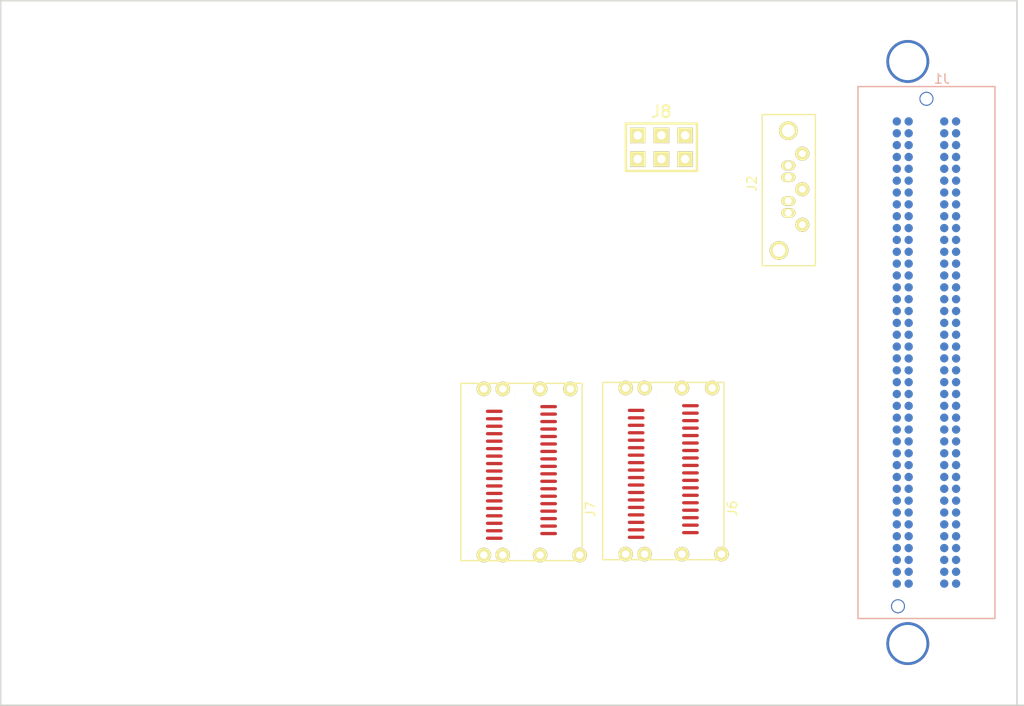
<source format=kicad_pcb>
(kicad_pcb (version 3) (host pcbnew "(2014-03-05 BZR 4734)-product")

  (general
    (links 151)
    (no_connects 151)
    (area 93 61.25 203 137)
    (thickness 1.6)
    (drawings 4)
    (tracks 0)
    (zones 0)
    (modules 5)
    (nets 99)
  )

  (page A4)
  (layers
    (15 F.Cu signal)
    (0 B.Cu signal)
    (16 B.Adhes user)
    (17 F.Adhes user)
    (18 B.Paste user)
    (19 F.Paste user)
    (20 B.SilkS user)
    (21 F.SilkS user)
    (22 B.Mask user)
    (23 F.Mask user)
    (24 Dwgs.User user)
    (25 Cmts.User user)
    (26 Eco1.User user)
    (27 Eco2.User user)
    (28 Edge.Cuts user)
  )

  (setup
    (last_trace_width 0.254)
    (trace_clearance 0.254)
    (zone_clearance 0.508)
    (zone_45_only no)
    (trace_min 0.254)
    (segment_width 0.2)
    (edge_width 0.15)
    (via_size 0.889)
    (via_drill 0.635)
    (via_min_size 0.889)
    (via_min_drill 0.508)
    (uvia_size 0.508)
    (uvia_drill 0.127)
    (uvias_allowed no)
    (uvia_min_size 0.508)
    (uvia_min_drill 0.127)
    (pcb_text_width 0.3)
    (pcb_text_size 1 1)
    (mod_edge_width 0.15)
    (mod_text_size 1 1)
    (mod_text_width 0.15)
    (pad_size 2 2)
    (pad_drill 1.35)
    (pad_to_mask_clearance 0)
    (aux_axis_origin 0 0)
    (grid_origin 190.5 130.39)
    (visible_elements FFFFFF7F)
    (pcbplotparams
      (layerselection 3178497)
      (usegerberextensions true)
      (excludeedgelayer true)
      (linewidth 0.150000)
      (plotframeref false)
      (viasonmask false)
      (mode 1)
      (useauxorigin false)
      (hpglpennumber 1)
      (hpglpenspeed 20)
      (hpglpendiameter 15)
      (hpglpenoverlay 2)
      (psnegative false)
      (psa4output false)
      (plotreference true)
      (plotvalue true)
      (plotothertext true)
      (plotinvisibletext false)
      (padsonsilk false)
      (subtractmaskfromsilk false)
      (outputformat 1)
      (mirror false)
      (drillshape 1)
      (scaleselection 1)
      (outputdirectory ""))
  )

  (net 0 "")
  (net 1 +12V)
  (net 2 +3.3VP)
  (net 3 3V3)
  (net 4 CLK0_M2C_N)
  (net 5 CLK0_M2C_P)
  (net 6 CLK1_M2C_N)
  (net 7 CLK1_M2C_P)
  (net 8 DGND)
  (net 9 DP0_C2M_N)
  (net 10 DP0_C2M_P)
  (net 11 DP0_M2C_N)
  (net 12 DP0_M2C_P)
  (net 13 GA0)
  (net 14 GA1)
  (net 15 GBTCLK0_M2C_N)
  (net 16 GBTCLK0_M2C_P)
  (net 17 LA00_N_CC)
  (net 18 LA00_P_CC)
  (net 19 LA01_N_CC)
  (net 20 LA01_P_CC)
  (net 21 LA02_N)
  (net 22 LA02_P)
  (net 23 LA03_N)
  (net 24 LA03_P)
  (net 25 LA04_N)
  (net 26 LA04_P)
  (net 27 LA05_N)
  (net 28 LA05_P)
  (net 29 LA06_N)
  (net 30 LA06_P)
  (net 31 LA07_N)
  (net 32 LA07_P)
  (net 33 LA08_N)
  (net 34 LA08_P)
  (net 35 LA09_N)
  (net 36 LA09_P)
  (net 37 LA10_N)
  (net 38 LA10_P)
  (net 39 LA11_N)
  (net 40 LA11_P)
  (net 41 LA12_N)
  (net 42 LA12_P)
  (net 43 LA13_N)
  (net 44 LA13_P)
  (net 45 LA14_N)
  (net 46 LA14_P)
  (net 47 LA15_N)
  (net 48 LA15_P)
  (net 49 LA16_N)
  (net 50 LA16_P)
  (net 51 LA17_N_CC)
  (net 52 LA17_P_CC)
  (net 53 LA18_N_CC)
  (net 54 LA18_P_CC)
  (net 55 LA19_N)
  (net 56 LA19_P)
  (net 57 LA20_N)
  (net 58 LA20_P)
  (net 59 LA21_N)
  (net 60 LA21_P)
  (net 61 LA22_N)
  (net 62 LA22_P)
  (net 63 LA23N)
  (net 64 LA23_P)
  (net 65 LA24_N)
  (net 66 LA24_P)
  (net 67 LA25_N)
  (net 68 LA25_P)
  (net 69 LA26_N)
  (net 70 LA26_P)
  (net 71 LA27_N)
  (net 72 LA27_P)
  (net 73 LA28_N)
  (net 74 LA28_P)
  (net 75 LA29_N)
  (net 76 LA29_P)
  (net 77 LA30_N)
  (net 78 LA30_P)
  (net 79 LA31_N)
  (net 80 LA31_P)
  (net 81 LA32_N)
  (net 82 LA32_P)
  (net 83 LA33_N)
  (net 84 LA33_P)
  (net 85 "Net-(J8-Pad2)")
  (net 86 "Net-(J8-Pad4)")
  (net 87 "Net-(J8-Pad6)")
  (net 88 PG_C2M)
  (net 89 PRSNT_M2C_L)
  (net 90 SCL)
  (net 91 SDA)
  (net 92 TCK)
  (net 93 TDI)
  (net 94 TDO)
  (net 95 TMS)
  (net 96 TRST_L)
  (net 97 VDD)
  (net 98 VREF_A_M2C)

  (net_class Default "Toto je výchozí třída sítě."
    (clearance 0.254)
    (trace_width 0.254)
    (via_dia 0.889)
    (via_drill 0.635)
    (uvia_dia 0.508)
    (uvia_drill 0.127)
    (add_net "")
    (add_net +12V)
    (add_net +3.3VP)
    (add_net 3V3)
    (add_net CLK0_M2C_N)
    (add_net CLK0_M2C_P)
    (add_net CLK1_M2C_N)
    (add_net CLK1_M2C_P)
    (add_net DGND)
    (add_net DP0_C2M_N)
    (add_net DP0_C2M_P)
    (add_net DP0_M2C_N)
    (add_net DP0_M2C_P)
    (add_net GA0)
    (add_net GA1)
    (add_net GBTCLK0_M2C_N)
    (add_net GBTCLK0_M2C_P)
    (add_net LA00_N_CC)
    (add_net LA00_P_CC)
    (add_net LA01_N_CC)
    (add_net LA01_P_CC)
    (add_net LA02_N)
    (add_net LA02_P)
    (add_net LA03_N)
    (add_net LA03_P)
    (add_net LA04_N)
    (add_net LA04_P)
    (add_net LA05_N)
    (add_net LA05_P)
    (add_net LA06_N)
    (add_net LA06_P)
    (add_net LA07_N)
    (add_net LA07_P)
    (add_net LA08_N)
    (add_net LA08_P)
    (add_net LA09_N)
    (add_net LA09_P)
    (add_net LA10_N)
    (add_net LA10_P)
    (add_net LA11_N)
    (add_net LA11_P)
    (add_net LA12_N)
    (add_net LA12_P)
    (add_net LA13_N)
    (add_net LA13_P)
    (add_net LA14_N)
    (add_net LA14_P)
    (add_net LA15_N)
    (add_net LA15_P)
    (add_net LA16_N)
    (add_net LA16_P)
    (add_net LA17_N_CC)
    (add_net LA17_P_CC)
    (add_net LA18_N_CC)
    (add_net LA18_P_CC)
    (add_net LA19_N)
    (add_net LA19_P)
    (add_net LA20_N)
    (add_net LA20_P)
    (add_net LA21_N)
    (add_net LA21_P)
    (add_net LA22_N)
    (add_net LA22_P)
    (add_net LA23N)
    (add_net LA23_P)
    (add_net LA24_N)
    (add_net LA24_P)
    (add_net LA25_N)
    (add_net LA25_P)
    (add_net LA26_N)
    (add_net LA26_P)
    (add_net LA27_N)
    (add_net LA27_P)
    (add_net LA28_N)
    (add_net LA28_P)
    (add_net LA29_N)
    (add_net LA29_P)
    (add_net LA30_N)
    (add_net LA30_P)
    (add_net LA31_N)
    (add_net LA31_P)
    (add_net LA32_N)
    (add_net LA32_P)
    (add_net LA33_N)
    (add_net LA33_P)
    (add_net "Net-(J8-Pad2)")
    (add_net "Net-(J8-Pad4)")
    (add_net "Net-(J8-Pad6)")
    (add_net PG_C2M)
    (add_net PRSNT_M2C_L)
    (add_net SCL)
    (add_net SDA)
    (add_net TCK)
    (add_net TDI)
    (add_net TDO)
    (add_net TMS)
    (add_net TRST_L)
    (add_net VDD)
    (add_net VREF_A_M2C)
  )

  (module konektory_miriad:FMC placed (layer B.Cu) (tedit 52206F4D) (tstamp 531F6650)
    (at 192.5 99.2 90)
    (path /531CA823/5318C1F0)
    (solder_mask_margin 0.05)
    (clearance 0.1)
    (attr smd)
    (fp_text reference J1 (at 29.32 1.65 180) (layer B.SilkS)
      (effects (font (size 1 1) (thickness 0.15)) (justify mirror))
    )
    (fp_text value "ASP-134604-01_(FMC)" (at -0.45 5.78 90) (layer B.SilkS) hide
      (effects (font (size 1.5 1.5) (thickness 0.15)) (justify mirror))
    )
    (fp_line (start -28.5 7.34) (end -28.5 -7.34) (layer B.SilkS) (width 0.15))
    (fp_line (start -28.5 7.34) (end 28.5 7.34) (layer B.SilkS) (width 0.15))
    (fp_line (start 28.5 7.34) (end 28.5 -7.34) (layer B.SilkS) (width 0.15))
    (fp_line (start 28.5 -7.34) (end -28.5 -7.34) (layer B.SilkS) (width 0.15))
    (pad G40 thru_hole circle (at -31.19 -2 90) (size 4.6 4.6) (drill 4) (layers *.Cu *.Mask)
      (net 8 DGND))
    (pad C02 smd circle (at 23.495 3.175 90) (size 0.9 0.9) (layers B.Cu B.Paste B.Mask)
      (net 10 DP0_C2M_P) (clearance 0.1))
    (pad C01 thru_hole circle (at 27.19 0 90) (size 1.5 1.5) (drill 1.27) (layers *.Cu B.Mask)
      (net 8 DGND) (clearance 0.1))
    (pad G01 smd circle (at 24.765 -1.905 90) (size 0.9 0.9) (layers B.Cu B.Paste B.Mask)
      (net 8 DGND) (clearance 0.1))
    (pad G02 smd circle (at 23.495 -1.905 90) (size 0.9 0.9) (layers B.Cu B.Paste B.Mask)
      (net 7 CLK1_M2C_P) (clearance 0.1))
    (pad H01 smd circle (at 24.765 -3.175 90) (size 0.9 0.9) (layers B.Cu B.Paste B.Mask)
      (net 98 VREF_A_M2C) (clearance 0.1))
    (pad H02 smd circle (at 23.495 -3.175 90) (size 0.9 0.9) (layers B.Cu B.Paste B.Mask)
      (net 89 PRSNT_M2C_L) (clearance 0.1))
    (pad G07 smd circle (at 17.145 -1.905 90) (size 0.9 0.9) (layers B.Cu B.Paste B.Mask)
      (net 17 LA00_N_CC) (clearance 0.1))
    (pad H07 smd circle (at 17.145 -3.175 90) (size 0.9 0.9) (layers B.Cu B.Paste B.Mask)
      (net 22 LA02_P) (clearance 0.1))
    (pad H08 smd circle (at 15.875 -3.175 90) (size 0.9 0.9) (layers B.Cu B.Paste B.Mask)
      (net 21 LA02_N) (clearance 0.1))
    (pad G08 smd circle (at 15.875 -1.905 90) (size 0.9 0.9) (layers B.Cu B.Paste B.Mask)
      (net 8 DGND) (clearance 0.1))
    (pad G10 smd circle (at 13.335 -1.905 90) (size 0.9 0.9) (layers B.Cu B.Paste B.Mask)
      (net 23 LA03_N) (clearance 0.1))
    (pad H10 smd circle (at 13.335 -3.175 90) (size 0.9 0.9) (layers B.Cu B.Paste B.Mask)
      (net 26 LA04_P) (clearance 0.1))
    (pad H09 smd circle (at 14.605 -3.175 90) (size 0.9 0.9) (layers B.Cu B.Paste B.Mask)
      (net 8 DGND) (clearance 0.1))
    (pad G09 smd circle (at 14.605 -1.905 90) (size 0.9 0.9) (layers B.Cu B.Paste B.Mask)
      (net 24 LA03_P) (clearance 0.1))
    (pad G05 smd circle (at 19.685 -1.905 90) (size 0.9 0.9) (layers B.Cu B.Paste B.Mask)
      (net 8 DGND) (clearance 0.1))
    (pad H05 smd circle (at 19.685 -3.175 90) (size 0.9 0.9) (layers B.Cu B.Paste B.Mask)
      (net 4 CLK0_M2C_N) (clearance 0.1))
    (pad H06 smd circle (at 18.415 -3.175 90) (size 0.9 0.9) (layers B.Cu B.Paste B.Mask)
      (net 8 DGND) (clearance 0.1))
    (pad G06 smd circle (at 18.415 -1.905 90) (size 0.9 0.9) (layers B.Cu B.Paste B.Mask)
      (net 18 LA00_P_CC) (clearance 0.1))
    (pad G04 smd circle (at 20.955 -1.905 90) (size 0.9 0.9) (layers B.Cu B.Paste B.Mask)
      (net 8 DGND) (clearance 0.1))
    (pad H04 smd circle (at 20.955 -3.175 90) (size 0.9 0.9) (layers B.Cu B.Paste B.Mask)
      (net 5 CLK0_M2C_P) (clearance 0.1))
    (pad H03 smd circle (at 22.225 -3.175 90) (size 0.9 0.9) (layers B.Cu B.Paste B.Mask)
      (net 8 DGND) (clearance 0.1))
    (pad G03 smd circle (at 22.225 -1.905 90) (size 0.9 0.9) (layers B.Cu B.Paste B.Mask)
      (net 6 CLK1_M2C_N) (clearance 0.1))
    (pad G19 smd circle (at 1.905 -1.905 90) (size 0.9 0.9) (layers B.Cu B.Paste B.Mask)
      (net 49 LA16_N) (clearance 0.1))
    (pad H19 smd circle (at 1.905 -3.175 90) (size 0.9 0.9) (layers B.Cu B.Paste B.Mask)
      (net 48 LA15_P) (clearance 0.1))
    (pad H20 smd circle (at 0.635 -3.175 90) (size 0.9 0.9) (layers B.Cu B.Paste B.Mask)
      (net 47 LA15_N) (clearance 0.1))
    (pad G20 smd circle (at 0.635 -1.905 90) (size 0.9 0.9) (layers B.Cu B.Paste B.Mask)
      (net 8 DGND) (clearance 0.1))
    (pad G21 smd circle (at -0.635 -1.905 90) (size 0.9 0.9) (layers B.Cu B.Paste B.Mask)
      (net 58 LA20_P) (clearance 0.1))
    (pad H21 smd circle (at -0.625 -3.175 90) (size 0.9 0.9) (layers B.Cu B.Paste B.Mask)
      (net 8 DGND) (clearance 0.1))
    (pad G24 smd circle (at -4.445 -1.905 90) (size 0.9 0.9) (layers B.Cu B.Paste B.Mask)
      (net 62 LA22_P) (clearance 0.1))
    (pad H24 smd circle (at -4.445 -3.175 90) (size 0.9 0.9) (layers B.Cu B.Paste B.Mask)
      (net 8 DGND) (clearance 0.1))
    (pad H25 smd circle (at -5.715 -3.175 90) (size 0.9 0.9) (layers B.Cu B.Paste B.Mask)
      (net 60 LA21_P) (clearance 0.1))
    (pad G25 smd circle (at -5.715 -1.905 90) (size 0.9 0.9) (layers B.Cu B.Paste B.Mask)
      (net 61 LA22_N) (clearance 0.1))
    (pad G23 smd circle (at -3.175 -1.905 90) (size 0.9 0.9) (layers B.Cu B.Paste B.Mask)
      (net 8 DGND) (clearance 0.1))
    (pad H23 smd circle (at -3.175 -3.175 90) (size 0.9 0.9) (layers B.Cu B.Paste B.Mask)
      (net 55 LA19_N) (clearance 0.1))
    (pad H22 smd circle (at -1.905 -3.175 90) (size 0.9 0.9) (layers B.Cu B.Paste B.Mask)
      (net 56 LA19_P) (clearance 0.1))
    (pad G22 smd circle (at -1.905 -1.905 90) (size 0.9 0.9) (layers B.Cu B.Paste B.Mask)
      (net 57 LA20_N) (clearance 0.1))
    (pad G15 smd circle (at 6.985 -1.905 90) (size 0.9 0.9) (layers B.Cu B.Paste B.Mask)
      (net 42 LA12_P) (clearance 0.1))
    (pad H15 smd circle (at 6.985 -3.175 90) (size 0.9 0.9) (layers B.Cu B.Paste B.Mask)
      (net 8 DGND) (clearance 0.1))
    (pad H16 smd circle (at 5.715 -3.175 90) (size 0.9 0.9) (layers B.Cu B.Paste B.Mask)
      (net 40 LA11_P) (clearance 0.1))
    (pad G16 smd circle (at 5.715 -1.905 90) (size 0.9 0.9) (layers B.Cu B.Paste B.Mask)
      (net 41 LA12_N) (clearance 0.1))
    (pad G18 smd circle (at 3.175 -1.905 90) (size 0.9 0.9) (layers B.Cu B.Paste B.Mask)
      (net 50 LA16_P) (clearance 0.1))
    (pad H18 smd circle (at 3.175 -3.175 90) (size 0.9 0.9) (layers B.Cu B.Paste B.Mask)
      (net 8 DGND) (clearance 0.1))
    (pad H17 smd circle (at 4.445 -3.175 90) (size 0.9 0.9) (layers B.Cu B.Paste B.Mask)
      (net 39 LA11_N) (clearance 0.1))
    (pad G17 smd circle (at 4.445 -1.905 90) (size 0.9 0.9) (layers B.Cu B.Paste B.Mask)
      (net 8 DGND) (clearance 0.1))
    (pad G13 smd circle (at 9.525 -1.905 90) (size 0.9 0.9) (layers B.Cu B.Paste B.Mask)
      (net 33 LA08_N) (clearance 0.1))
    (pad H13 smd circle (at 9.525 -3.175 90) (size 0.9 0.9) (layers B.Cu B.Paste B.Mask)
      (net 32 LA07_P) (clearance 0.1))
    (pad H14 smd circle (at 8.255 -3.175 90) (size 0.9 0.9) (layers B.Cu B.Paste B.Mask)
      (net 31 LA07_N) (clearance 0.1))
    (pad G14 smd circle (at 8.255 -1.905 90) (size 0.9 0.9) (layers B.Cu B.Paste B.Mask)
      (net 8 DGND) (clearance 0.1))
    (pad G12 smd circle (at 10.795 -1.905 90) (size 0.9 0.9) (layers B.Cu B.Paste B.Mask)
      (net 34 LA08_P) (clearance 0.1))
    (pad H12 smd circle (at 10.795 -3.175 90) (size 0.9 0.9) (layers B.Cu B.Paste B.Mask)
      (net 8 DGND) (clearance 0.1))
    (pad H11 smd circle (at 12.065 -3.175 90) (size 0.9 0.9) (layers B.Cu B.Paste B.Mask)
      (net 25 LA04_N) (clearance 0.1))
    (pad G11 smd circle (at 12.065 -1.905 90) (size 0.9 0.9) (layers B.Cu B.Paste B.Mask)
      (net 8 DGND) (clearance 0.1))
    (pad G29 smd circle (at -10.795 -1.905 90) (size 0.9 0.9) (layers B.Cu B.Paste B.Mask)
      (net 8 DGND) (clearance 0.1))
    (pad H29 smd circle (at -10.795 -3.175 90) (size 0.9 0.9) (layers B.Cu B.Paste B.Mask)
      (net 65 LA24_N) (clearance 0.1))
    (pad H30 smd circle (at -12.065 -3.175 90) (size 0.9 0.9) (layers B.Cu B.Paste B.Mask)
      (net 8 DGND) (clearance 0.1))
    (pad G30 smd circle (at -12.065 -1.905 90) (size 0.9 0.9) (layers B.Cu B.Paste B.Mask)
      (net 76 LA29_P) (clearance 0.1))
    (pad G32 smd circle (at -14.605 -1.905 90) (size 0.9 0.9) (layers B.Cu B.Paste B.Mask)
      (net 8 DGND) (clearance 0.1))
    (pad H32 smd circle (at -14.605 -3.175 90) (size 0.9 0.9) (layers B.Cu B.Paste B.Mask)
      (net 73 LA28_N) (clearance 0.1))
    (pad H31 smd circle (at -13.335 -3.175 90) (size 0.9 0.9) (layers B.Cu B.Paste B.Mask)
      (net 74 LA28_P) (clearance 0.1))
    (pad G31 smd circle (at -13.335 -1.905 90) (size 0.9 0.9) (layers B.Cu B.Paste B.Mask)
      (net 75 LA29_N) (clearance 0.1))
    (pad H28 smd circle (at -9.525 -3.175 90) (size 0.9 0.9) (layers B.Cu B.Paste B.Mask)
      (net 66 LA24_P) (clearance 0.1))
    (pad G28 smd circle (at -9.525 -1.905 90) (size 0.9 0.9) (layers B.Cu B.Paste B.Mask)
      (net 67 LA25_N) (clearance 0.1))
    (pad G27 smd circle (at -8.255 -1.905 90) (size 0.9 0.9) (layers B.Cu B.Paste B.Mask)
      (net 68 LA25_P) (clearance 0.1))
    (pad H27 smd circle (at -8.255 -3.175 90) (size 0.9 0.9) (layers B.Cu B.Paste B.Mask)
      (net 8 DGND) (clearance 0.1))
    (pad H26 smd circle (at -6.985 -3.175 90) (size 0.9 0.9) (layers B.Cu B.Paste B.Mask)
      (net 59 LA21_N) (clearance 0.1))
    (pad G26 smd circle (at -6.985 -1.905 90) (size 0.9 0.9) (layers B.Cu B.Paste B.Mask)
      (net 8 DGND) (clearance 0.1))
    (pad G35 smd circle (at -18.415 -1.905 90) (size 0.9 0.9) (layers B.Cu B.Paste B.Mask)
      (net 8 DGND) (clearance 0.1))
    (pad H35 smd circle (at -18.415 -3.175 90) (size 0.9 0.9) (layers B.Cu B.Paste B.Mask)
      (net 77 LA30_N) (clearance 0.1))
    (pad H36 smd circle (at -19.685 -3.175 90) (size 0.9 0.9) (layers B.Cu B.Paste B.Mask)
      (net 8 DGND) (clearance 0.1))
    (pad G36 smd circle (at -19.685 -1.905 90) (size 0.9 0.9) (layers B.Cu B.Paste B.Mask)
      (net 84 LA33_P) (clearance 0.1))
    (pad G37 smd circle (at -20.955 -1.905 90) (size 0.9 0.9) (layers B.Cu B.Paste B.Mask)
      (net 83 LA33_N) (clearance 0.1))
    (pad H37 smd circle (at -20.955 -3.175 90) (size 0.9 0.9) (layers B.Cu B.Paste B.Mask)
      (net 82 LA32_P) (clearance 0.1))
    (pad G40 smd circle (at -24.765 -1.905 90) (size 0.9 0.9) (layers B.Cu B.Paste B.Mask)
      (net 8 DGND) (clearance 0.1))
    (pad H40 smd circle (at -24.765 -3.175 90) (size 0.9 0.9) (layers B.Cu B.Paste B.Mask)
      (net 97 VDD) (clearance 0.1))
    (pad G39 smd circle (at -23.495 -1.905 90) (size 0.9 0.9) (layers B.Cu B.Paste B.Mask)
      (net 97 VDD) (clearance 0.1))
    (pad H39 smd circle (at -23.495 -3.175 90) (size 0.9 0.9) (layers B.Cu B.Paste B.Mask)
      (net 8 DGND) (clearance 0.1))
    (pad H38 smd circle (at -22.225 -3.175 90) (size 0.9 0.9) (layers B.Cu B.Paste B.Mask)
      (net 81 LA32_N) (clearance 0.1))
    (pad G38 smd circle (at -22.225 -1.905 90) (size 0.9 0.9) (layers B.Cu B.Paste B.Mask)
      (net 8 DGND) (clearance 0.1))
    (pad G34 smd circle (at -17.145 -1.905 90) (size 0.9 0.9) (layers B.Cu B.Paste B.Mask)
      (net 79 LA31_N) (clearance 0.1))
    (pad H34 smd circle (at -17.145 -3.175 90) (size 0.9 0.9) (layers B.Cu B.Paste B.Mask)
      (net 78 LA30_P) (clearance 0.1))
    (pad H33 smd circle (at -15.875 -3.175 90) (size 0.9 0.9) (layers B.Cu B.Paste B.Mask)
      (net 8 DGND) (clearance 0.1))
    (pad G33 smd circle (at -15.875 -1.905 90) (size 0.9 0.9) (layers B.Cu B.Paste B.Mask)
      (net 80 LA31_P) (clearance 0.1))
    (pad C33 smd circle (at -15.875 3.175 90) (size 0.9 0.9) (layers B.Cu B.Paste B.Mask)
      (net 8 DGND) (clearance 0.1))
    (pad D33 smd circle (at -15.875 1.905 90) (size 0.9 0.9) (layers B.Cu B.Paste B.Mask)
      (net 95 TMS) (clearance 0.1))
    (pad D34 smd circle (at -17.145 1.905 90) (size 0.9 0.9) (layers B.Cu B.Paste B.Mask)
      (net 96 TRST_L) (clearance 0.1))
    (pad C34 smd circle (at -17.145 3.175 90) (size 0.9 0.9) (layers B.Cu B.Paste B.Mask)
      (net 13 GA0) (clearance 0.1))
    (pad C38 smd circle (at -22.225 3.175 90) (size 0.9 0.9) (layers B.Cu B.Paste B.Mask)
      (net 8 DGND) (clearance 0.1))
    (pad D38 smd circle (at -22.225 1.905 90) (size 0.9 0.9) (layers B.Cu B.Paste B.Mask)
      (net 3 3V3) (clearance 0.1))
    (pad D39 smd circle (at -23.495 1.905 90) (size 0.9 0.9) (layers B.Cu B.Paste B.Mask)
      (net 8 DGND) (clearance 0.1))
    (pad C39 smd circle (at -23.495 3.175 90) (size 0.9 0.9) (layers B.Cu B.Paste B.Mask)
      (net 3 3V3) (clearance 0.1))
    (pad D40 smd circle (at -24.765 1.905 90) (size 0.9 0.9) (layers B.Cu B.Paste B.Mask)
      (net 3 3V3) (clearance 0.1))
    (pad C40 smd circle (at -24.765 3.175 90) (size 0.9 0.9) (layers B.Cu B.Paste B.Mask)
      (net 8 DGND) (clearance 0.1))
    (pad D37 smd circle (at -20.955 1.905 90) (size 0.9 0.9) (layers B.Cu B.Paste B.Mask)
      (net 8 DGND) (clearance 0.1))
    (pad C37 smd circle (at -20.955 3.175 90) (size 0.9 0.9) (layers B.Cu B.Paste B.Mask)
      (net 1 +12V) (clearance 0.1))
    (pad C36 smd circle (at -19.685 3.175 90) (size 0.9 0.9) (layers B.Cu B.Paste B.Mask)
      (net 8 DGND) (clearance 0.1))
    (pad D36 smd circle (at -19.685 1.905 90) (size 0.9 0.9) (layers B.Cu B.Paste B.Mask)
      (net 3 3V3) (clearance 0.1))
    (pad D35 smd circle (at -18.415 1.905 90) (size 0.9 0.9) (layers B.Cu B.Paste B.Mask)
      (net 14 GA1) (clearance 0.1))
    (pad C35 smd circle (at -18.415 3.175 90) (size 0.9 0.9) (layers B.Cu B.Paste B.Mask)
      (net 1 +12V) (clearance 0.1))
    (pad C26 smd circle (at -6.985 3.175 90) (size 0.9 0.9) (layers B.Cu B.Paste B.Mask)
      (net 72 LA27_P) (clearance 0.1))
    (pad D26 smd circle (at -6.985 1.905 90) (size 0.9 0.9) (layers B.Cu B.Paste B.Mask)
      (net 70 LA26_P) (clearance 0.1))
    (pad D27 smd circle (at -8.255 1.905 90) (size 0.9 0.9) (layers B.Cu B.Paste B.Mask)
      (net 69 LA26_N) (clearance 0.1))
    (pad C27 smd circle (at -8.255 3.175 90) (size 0.9 0.9) (layers B.Cu B.Paste B.Mask)
      (net 71 LA27_N) (clearance 0.1))
    (pad C28 smd circle (at -9.525 3.175 90) (size 0.9 0.9) (layers B.Cu B.Paste B.Mask)
      (net 8 DGND) (clearance 0.1))
    (pad D28 smd circle (at -9.525 1.905 90) (size 0.9 0.9) (layers B.Cu B.Paste B.Mask)
      (net 8 DGND) (clearance 0.1))
    (pad C31 smd circle (at -13.335 3.175 90) (size 0.9 0.9) (layers B.Cu B.Paste B.Mask)
      (net 91 SDA) (clearance 0.1))
    (pad D31 smd circle (at -13.335 1.905 90) (size 0.9 0.9) (layers B.Cu B.Paste B.Mask)
      (net 94 TDO) (clearance 0.1))
    (pad D32 smd circle (at -14.605 1.905 90) (size 0.9 0.9) (layers B.Cu B.Paste B.Mask)
      (net 2 +3.3VP) (clearance 0.1))
    (pad C32 smd circle (at -14.605 3.175 90) (size 0.9 0.9) (layers B.Cu B.Paste B.Mask)
      (net 8 DGND) (clearance 0.1))
    (pad C30 smd circle (at -12.065 3.175 90) (size 0.9 0.9) (layers B.Cu B.Paste B.Mask)
      (net 90 SCL) (clearance 0.1))
    (pad D30 smd circle (at -12.065 1.905 90) (size 0.9 0.9) (layers B.Cu B.Paste B.Mask)
      (net 93 TDI) (clearance 0.1))
    (pad D29 smd circle (at -10.795 1.905 90) (size 0.9 0.9) (layers B.Cu B.Paste B.Mask)
      (net 92 TCK) (clearance 0.1))
    (pad C29 smd circle (at -10.795 3.175 90) (size 0.9 0.9) (layers B.Cu B.Paste B.Mask)
      (net 8 DGND) (clearance 0.1))
    (pad C11 smd circle (at 12.065 3.175 90) (size 0.9 0.9) (layers B.Cu B.Paste B.Mask)
      (net 29 LA06_N) (clearance 0.1))
    (pad D11 smd circle (at 12.065 1.905 90) (size 0.9 0.9) (layers B.Cu B.Paste B.Mask)
      (net 28 LA05_P) (clearance 0.1))
    (pad D12 smd circle (at 10.795 1.905 90) (size 0.9 0.9) (layers B.Cu B.Paste B.Mask)
      (net 27 LA05_N) (clearance 0.1))
    (pad C12 smd circle (at 10.795 3.175 90) (size 0.9 0.9) (layers B.Cu B.Paste B.Mask)
      (net 8 DGND) (clearance 0.1))
    (pad C14 smd circle (at 8.255 3.175 90) (size 0.9 0.9) (layers B.Cu B.Paste B.Mask)
      (net 38 LA10_P) (clearance 0.1))
    (pad D14 smd circle (at 8.255 1.905 90) (size 0.9 0.9) (layers B.Cu B.Paste B.Mask)
      (net 36 LA09_P) (clearance 0.1))
    (pad D13 smd circle (at 9.525 1.905 90) (size 0.9 0.9) (layers B.Cu B.Paste B.Mask)
      (net 8 DGND) (clearance 0.1))
    (pad C13 smd circle (at 9.525 3.175 90) (size 0.9 0.9) (layers B.Cu B.Paste B.Mask)
      (net 8 DGND) (clearance 0.1))
    (pad C17 smd circle (at 4.445 3.175 90) (size 0.9 0.9) (layers B.Cu B.Paste B.Mask)
      (net 8 DGND) (clearance 0.1))
    (pad D17 smd circle (at 4.445 1.905 90) (size 0.9 0.9) (layers B.Cu B.Paste B.Mask)
      (net 44 LA13_P) (clearance 0.1))
    (pad D18 smd circle (at 3.175 1.905 90) (size 0.9 0.9) (layers B.Cu B.Paste B.Mask)
      (net 43 LA13_N) (clearance 0.1))
    (pad C18 smd circle (at 3.175 3.175 90) (size 0.9 0.9) (layers B.Cu B.Paste B.Mask)
      (net 46 LA14_P) (clearance 0.1))
    (pad C16 smd circle (at 5.715 3.175 90) (size 0.9 0.9) (layers B.Cu B.Paste B.Mask)
      (net 8 DGND) (clearance 0.1))
    (pad D16 smd circle (at 5.715 1.905 90) (size 0.9 0.9) (layers B.Cu B.Paste B.Mask)
      (net 8 DGND) (clearance 0.1))
    (pad D15 smd circle (at 6.985 1.905 90) (size 0.9 0.9) (layers B.Cu B.Paste B.Mask)
      (net 35 LA09_N) (clearance 0.1))
    (pad C15 smd circle (at 6.985 3.175 90) (size 0.9 0.9) (layers B.Cu B.Paste B.Mask)
      (net 37 LA10_N) (clearance 0.1))
    (pad C22 smd circle (at -1.905 3.175 90) (size 0.9 0.9) (layers B.Cu B.Paste B.Mask)
      (net 54 LA18_P_CC) (clearance 0.1))
    (pad D22 smd circle (at -1.905 1.905 90) (size 0.9 0.9) (layers B.Cu B.Paste B.Mask)
      (net 8 DGND) (clearance 0.1))
    (pad D23 smd circle (at -3.175 1.905 90) (size 0.9 0.9) (layers B.Cu B.Paste B.Mask)
      (net 64 LA23_P) (clearance 0.1))
    (pad C23 smd circle (at -3.175 3.175 90) (size 0.9 0.9) (layers B.Cu B.Paste B.Mask)
      (net 53 LA18_N_CC) (clearance 0.1))
    (pad C25 smd circle (at -5.715 3.175 90) (size 0.9 0.9) (layers B.Cu B.Paste B.Mask)
      (net 8 DGND) (clearance 0.1))
    (pad D25 smd circle (at -5.715 1.905 90) (size 0.9 0.9) (layers B.Cu B.Paste B.Mask)
      (net 8 DGND) (clearance 0.1))
    (pad D24 smd circle (at -4.445 1.905 90) (size 0.9 0.9) (layers B.Cu B.Paste B.Mask)
      (net 63 LA23N) (clearance 0.1))
    (pad C24 smd circle (at -4.445 3.175 90) (size 0.9 0.9) (layers B.Cu B.Paste B.Mask)
      (net 8 DGND) (clearance 0.1))
    (pad D21 smd circle (at -0.625 1.905 90) (size 0.9 0.9) (layers B.Cu B.Paste B.Mask)
      (net 51 LA17_N_CC) (clearance 0.1))
    (pad C21 smd circle (at -0.635 3.175 90) (size 0.9 0.9) (layers B.Cu B.Paste B.Mask)
      (net 8 DGND) (clearance 0.1))
    (pad C20 smd circle (at 0.635 3.175 90) (size 0.9 0.9) (layers B.Cu B.Paste B.Mask)
      (net 8 DGND) (clearance 0.1))
    (pad D20 smd circle (at 0.635 1.905 90) (size 0.9 0.9) (layers B.Cu B.Paste B.Mask)
      (net 52 LA17_P_CC) (clearance 0.1))
    (pad D19 smd circle (at 1.905 1.905 90) (size 0.9 0.9) (layers B.Cu B.Paste B.Mask)
      (net 8 DGND) (clearance 0.1))
    (pad C19 smd circle (at 1.905 3.175 90) (size 0.9 0.9) (layers B.Cu B.Paste B.Mask)
      (net 45 LA14_N) (clearance 0.1))
    (pad C03 smd circle (at 22.225 3.175 90) (size 0.9 0.9) (layers B.Cu B.Paste B.Mask)
      (net 9 DP0_C2M_N) (clearance 0.1))
    (pad D03 smd circle (at 22.225 1.905 90) (size 0.9 0.9) (layers B.Cu B.Paste B.Mask)
      (net 8 DGND) (clearance 0.1))
    (pad D04 smd circle (at 20.955 1.905 90) (size 0.9 0.9) (layers B.Cu B.Paste B.Mask)
      (net 16 GBTCLK0_M2C_P) (clearance 0.1))
    (pad C04 smd circle (at 20.955 3.175 90) (size 0.9 0.9) (layers B.Cu B.Paste B.Mask)
      (net 8 DGND) (clearance 0.1))
    (pad C06 smd circle (at 18.415 3.175 90) (size 0.9 0.9) (layers B.Cu B.Paste B.Mask)
      (net 12 DP0_M2C_P) (clearance 0.1))
    (pad D06 smd circle (at 18.415 1.905 90) (size 0.9 0.9) (layers B.Cu B.Paste B.Mask)
      (net 8 DGND) (clearance 0.1))
    (pad D05 smd circle (at 19.685 1.905 90) (size 0.9 0.9) (layers B.Cu B.Paste B.Mask)
      (net 15 GBTCLK0_M2C_N) (clearance 0.1))
    (pad C05 smd circle (at 19.685 3.175 90) (size 0.9 0.9) (layers B.Cu B.Paste B.Mask)
      (net 8 DGND) (clearance 0.1))
    (pad C09 smd circle (at 14.605 3.175 90) (size 0.9 0.9) (layers B.Cu B.Paste B.Mask)
      (net 8 DGND) (clearance 0.1))
    (pad D09 smd circle (at 14.605 1.905 90) (size 0.9 0.9) (layers B.Cu B.Paste B.Mask)
      (net 19 LA01_N_CC) (clearance 0.1))
    (pad D10 smd circle (at 13.335 1.905 90) (size 0.9 0.9) (layers B.Cu B.Paste B.Mask)
      (net 8 DGND) (clearance 0.1))
    (pad C10 smd circle (at 13.335 3.175 90) (size 0.9 0.9) (layers B.Cu B.Paste B.Mask)
      (net 30 LA06_P) (clearance 0.1))
    (pad C08 smd circle (at 15.875 3.175 90) (size 0.9 0.9) (layers B.Cu B.Paste B.Mask)
      (net 8 DGND) (clearance 0.1))
    (pad D08 smd circle (at 15.875 1.905 90) (size 0.9 0.9) (layers B.Cu B.Paste B.Mask)
      (net 20 LA01_P_CC) (clearance 0.1))
    (pad D07 smd circle (at 17.145 1.905 90) (size 0.9 0.9) (layers B.Cu B.Paste B.Mask)
      (net 8 DGND) (clearance 0.1))
    (pad C07 smd circle (at 17.145 3.175 90) (size 0.9 0.9) (layers B.Cu B.Paste B.Mask)
      (net 11 DP0_M2C_N) (clearance 0.1))
    (pad D02 smd circle (at 23.495 1.905 90) (size 0.9 0.9) (layers B.Cu B.Paste B.Mask)
      (net 8 DGND) (clearance 0.1))
    (pad D01 smd circle (at 24.765 1.905 90) (size 0.9 0.9) (layers B.Cu B.Paste B.Mask)
      (net 88 PG_C2M) (clearance 0.1))
    (pad C01 smd circle (at 24.765 3.175 90) (size 0.9 0.9) (layers B.Cu B.Paste B.Mask)
      (net 8 DGND) (clearance 0.1))
    (pad G40 thru_hole circle (at -27.19 -3.05 90) (size 1.5 1.5) (drill 1.27) (layers *.Cu B.Mask)
      (net 8 DGND) (clearance 0.1))
    (pad C01 thru_hole circle (at 31.19 -2 90) (size 4.6 4.6) (drill 4) (layers *.Cu *.Mask)
      (net 8 DGND))
  )

  (module mojeKonektory:SATA-7_THT_VERT placed (layer F.Cu) (tedit 531F63E2) (tstamp 531F6402)
    (at 177.7 81.7 90)
    (path /531CAD57/531CCCDB)
    (fp_text reference J2 (at 0.6 -3.9 90) (layer F.SilkS)
      (effects (font (size 1 1) (thickness 0.15)))
    )
    (fp_text value SATA7-67491-1030 (at 0.5 -1.7 90) (layer F.SilkS) hide
      (effects (font (size 1 1) (thickness 0.15)))
    )
    (fp_line (start -8.2 -2.8) (end 8 -2.8) (layer F.SilkS) (width 0.15))
    (fp_line (start 8 -2.8) (end 8 2.9) (layer F.SilkS) (width 0.15))
    (fp_line (start 8 2.9) (end -8.2 2.9) (layer F.SilkS) (width 0.15))
    (fp_line (start -8.2 2.9) (end -8.2 -2.8) (layer F.SilkS) (width 0.15))
    (pad 9 thru_hole circle (at 6.27 0 90) (size 2 2) (drill 1.35) (layers *.Cu *.Mask F.SilkS))
    (pad 2 thru_hole oval (at 2.54 0 90) (size 1 1.5) (drill 0.74) (layers *.Cu *.Mask F.SilkS)
      (net 16 GBTCLK0_M2C_P))
    (pad 8 thru_hole circle (at -6.56 -1 90) (size 2 2) (drill 1.35) (layers *.Cu *.Mask F.SilkS))
    (pad 3 thru_hole oval (at 1.27 0 90) (size 1 1.5) (drill 0.74) (layers *.Cu *.Mask F.SilkS)
      (net 15 GBTCLK0_M2C_N))
    (pad 5 thru_hole oval (at -1.27 0 90) (size 1 1.5) (drill 0.74) (layers *.Cu *.Mask F.SilkS)
      (net 19 LA01_N_CC))
    (pad 6 thru_hole oval (at -2.54 0 90) (size 1 1.5) (drill 0.74) (layers *.Cu *.Mask F.SilkS)
      (net 20 LA01_P_CC))
    (pad 7 thru_hole circle (at -3.81 1.5 90) (size 1.5 1.5) (drill 0.74) (layers *.Cu *.Mask F.SilkS)
      (net 8 DGND))
    (pad 4 thru_hole circle (at 0 1.5 90) (size 1.5 1.5) (drill 0.74) (layers *.Cu *.Mask F.SilkS)
      (net 8 DGND))
    (pad 1 thru_hole circle (at 3.81 1.5 90) (size 1.5 1.5) (drill 0.74) (layers *.Cu *.Mask F.SilkS)
      (net 8 DGND))
  )

  (module mojeKonektory:SAS_mini_1888174 placed (layer F.Cu) (tedit 531FA0CA) (tstamp 531FA178)
    (at 164.3 111.9 270)
    (descr "36pin mini SAS connector")
    (tags "SAS mini connector")
    (path /531CAD5A/531F7DD7)
    (fp_text reference J6 (at 4 -7.4 270) (layer F.SilkS)
      (effects (font (size 1 1) (thickness 0.15)))
    )
    (fp_text value SAS_mini_1888174 (at 0 0 270) (layer F.SilkS) hide
      (effects (font (size 1 1) (thickness 0.15)))
    )
    (fp_line (start 9.5 -6.5) (end -9.5 -6.5) (layer F.SilkS) (width 0.15))
    (fp_line (start -9.5 -6.5) (end -9.5 6.5) (layer F.SilkS) (width 0.15))
    (fp_line (start -9.5 6.5) (end 9.5 6.5) (layer F.SilkS) (width 0.15))
    (fp_line (start 9.5 6.5) (end 9.5 -6.5) (layer F.SilkS) (width 0.15))
    (pad B1 smd oval (at -7 -2.91 270) (size 0.35 1.8) (layers F.Cu F.Paste F.Mask)
      (net 8 DGND))
    (pad B2 smd oval (at -6.2 -2.91 270) (size 0.35 1.8) (layers F.Cu F.Paste F.Mask)
      (net 57 LA20_N))
    (pad B3 smd oval (at -5.4 -2.91 270) (size 0.35 1.8) (layers F.Cu F.Paste F.Mask)
      (net 58 LA20_P))
    (pad B4 smd oval (at -4.6 -2.91 270) (size 0.35 1.8) (layers F.Cu F.Paste F.Mask)
      (net 8 DGND))
    (pad B5 smd oval (at -3.8 -2.91 270) (size 0.35 1.8) (layers F.Cu F.Paste F.Mask)
      (net 61 LA22_N))
    (pad B6 smd oval (at -3 -2.91 270) (size 0.35 1.8) (layers F.Cu F.Paste F.Mask)
      (net 62 LA22_P))
    (pad B7 smd oval (at -2.2 -2.91 270) (size 0.35 1.8) (layers F.Cu F.Paste F.Mask)
      (net 8 DGND))
    (pad B8 smd oval (at -1.4 -2.91 270) (size 0.35 1.8) (layers F.Cu F.Paste F.Mask)
      (net 67 LA25_N))
    (pad B9 smd oval (at -0.6 -2.91 270) (size 0.35 1.8) (layers F.Cu F.Paste F.Mask)
      (net 68 LA25_P))
    (pad B10 smd oval (at 0.2 -2.91 270) (size 0.35 1.8) (layers F.Cu F.Paste F.Mask)
      (net 76 LA29_P))
    (pad B11 smd oval (at 1 -2.91 270) (size 0.35 1.8) (layers F.Cu F.Paste F.Mask)
      (net 75 LA29_N))
    (pad B12 smd oval (at 1.8 -2.91 270) (size 0.35 1.8) (layers F.Cu F.Paste F.Mask)
      (net 8 DGND))
    (pad B13 smd oval (at 2.6 -2.91 270) (size 0.35 1.8) (layers F.Cu F.Paste F.Mask)
      (net 80 LA31_P))
    (pad B14 smd oval (at 3.4 -2.91 270) (size 0.35 1.8) (layers F.Cu F.Paste F.Mask)
      (net 79 LA31_N))
    (pad B15 smd oval (at 4.2 -2.91 270) (size 0.35 1.8) (layers F.Cu F.Paste F.Mask)
      (net 8 DGND))
    (pad B16 smd oval (at 5 -2.91 270) (size 0.35 1.8) (layers F.Cu F.Paste F.Mask)
      (net 84 LA33_P))
    (pad B17 smd oval (at 5.8 -2.91 270) (size 0.35 1.8) (layers F.Cu F.Paste F.Mask)
      (net 83 LA33_N))
    (pad A1 smd oval (at -6.5 2.91 270) (size 0.35 1.8) (layers F.Cu F.Paste F.Mask)
      (net 8 DGND))
    (pad A2 smd oval (at -5.7 2.91 270) (size 0.35 1.8) (layers F.Cu F.Paste F.Mask)
      (net 81 LA32_N))
    (pad A3 smd oval (at -4.9 2.91 270) (size 0.35 1.8) (layers F.Cu F.Paste F.Mask)
      (net 82 LA32_P))
    (pad A4 smd oval (at -4.1 2.91 270) (size 0.35 1.8) (layers F.Cu F.Paste F.Mask)
      (net 8 DGND))
    (pad A5 smd oval (at -3.3 2.91 270) (size 0.35 1.8) (layers F.Cu F.Paste F.Mask)
      (net 77 LA30_N))
    (pad A6 smd oval (at -2.5 2.91 270) (size 0.35 1.8) (layers F.Cu F.Paste F.Mask)
      (net 78 LA30_P))
    (pad A7 smd oval (at -1.7 2.91 270) (size 0.35 1.8) (layers F.Cu F.Paste F.Mask)
      (net 8 DGND))
    (pad A8 smd oval (at -0.9 2.91 270) (size 0.35 1.8) (layers F.Cu F.Paste F.Mask)
      (net 73 LA28_N))
    (pad A9 smd oval (at -0.1 2.91 270) (size 0.35 1.8) (layers F.Cu F.Paste F.Mask)
      (net 74 LA28_P))
    (pad A10 smd oval (at 0.7 2.91 270) (size 0.35 1.8) (layers F.Cu F.Paste F.Mask)
      (net 66 LA24_P))
    (pad A11 smd oval (at 1.5 2.91 270) (size 0.35 1.8) (layers F.Cu F.Paste F.Mask)
      (net 65 LA24_N))
    (pad A12 smd oval (at 2.3 2.91 270) (size 0.35 1.8) (layers F.Cu F.Paste F.Mask)
      (net 8 DGND))
    (pad A13 smd oval (at 3.1 2.91 270) (size 0.35 1.8) (layers F.Cu F.Paste F.Mask)
      (net 60 LA21_P))
    (pad A14 smd oval (at 3.9 2.91 270) (size 0.35 1.8) (layers F.Cu F.Paste F.Mask)
      (net 59 LA21_N))
    (pad A15 smd oval (at 4.7 2.91 270) (size 0.35 1.8) (layers F.Cu F.Paste F.Mask)
      (net 8 DGND))
    (pad A16 smd oval (at 5.5 2.91 270) (size 0.35 1.8) (layers F.Cu F.Paste F.Mask)
      (net 56 LA19_P))
    (pad A17 smd oval (at 6.3 2.91 270) (size 0.35 1.8) (layers F.Cu F.Paste F.Mask)
      (net 55 LA19_N))
    (pad 1 thru_hole circle (at -8.9 -5.24 270) (size 1.55 1.55) (drill 0.8) (layers *.Cu *.Mask F.SilkS))
    (pad 2 thru_hole circle (at -8.9 -2 270) (size 1.55 1.55) (drill 0.8) (layers *.Cu *.Mask F.SilkS))
    (pad 4 thru_hole circle (at -8.9 4.03 270) (size 1.55 1.55) (drill 0.8) (layers *.Cu *.Mask F.SilkS))
    (pad 3 thru_hole circle (at -8.9 2 270) (size 1.55 1.55) (drill 0.8) (layers *.Cu *.Mask F.SilkS))
    (pad 5 thru_hole circle (at 8.9 -6.24 270) (size 1.55 1.55) (drill 0.8) (layers *.Cu *.Mask F.SilkS))
    (pad 6 thru_hole circle (at 8.9 -2 270) (size 1.55 1.55) (drill 0.8) (layers *.Cu *.Mask F.SilkS))
    (pad "" np_thru_hole circle (at -8 0 270) (size 1.55 1.55) (drill 1.55) (layers *.Mask B.Cu F.SilkS))
    (pad "" np_thru_hole circle (at 8 0 270) (size 1.55 1.55) (drill 1.55) (layers *.Mask B.Cu F.SilkS))
    (pad 8 thru_hole circle (at 8.9 4.03 270) (size 1.55 1.55) (drill 0.8) (layers *.Cu *.Mask F.SilkS))
    (pad 7 thru_hole circle (at 8.9 2 270) (size 1.55 1.55) (drill 0.8) (layers *.Cu *.Mask F.SilkS))
    (pad B18 smd oval (at 6.6 -2.91 270) (size 0.35 1.8) (layers F.Cu F.Paste F.Mask)
      (net 8 DGND))
    (pad A18 smd oval (at 7.1 2.91 270) (size 0.35 1.8) (layers F.Cu F.Paste F.Mask)
      (net 8 DGND))
    (model /home/kaklik/git/Connect.pretty/SAS_mini_1888174.wrl
      (at (xyz 0 0 0))
      (scale (xyz 1 1 1))
      (rotate (xyz 0 0 0))
    )
  )

  (module mojeKonektory:SAS_mini_1888174 placed (layer F.Cu) (tedit 531FA0CA) (tstamp 531FA1AE)
    (at 149.1 112 270)
    (descr "36pin mini SAS connector")
    (tags "SAS mini connector")
    (path /531CAD5A/531F9589)
    (fp_text reference J7 (at 4 -7.4 270) (layer F.SilkS)
      (effects (font (size 1 1) (thickness 0.15)))
    )
    (fp_text value SAS_mini_1888174 (at 0 0 270) (layer F.SilkS) hide
      (effects (font (size 1 1) (thickness 0.15)))
    )
    (fp_line (start 9.5 -6.5) (end -9.5 -6.5) (layer F.SilkS) (width 0.15))
    (fp_line (start -9.5 -6.5) (end -9.5 6.5) (layer F.SilkS) (width 0.15))
    (fp_line (start -9.5 6.5) (end 9.5 6.5) (layer F.SilkS) (width 0.15))
    (fp_line (start 9.5 6.5) (end 9.5 -6.5) (layer F.SilkS) (width 0.15))
    (pad B1 smd oval (at -7 -2.91 270) (size 0.35 1.8) (layers F.Cu F.Paste F.Mask)
      (net 8 DGND))
    (pad B2 smd oval (at -6.2 -2.91 270) (size 0.35 1.8) (layers F.Cu F.Paste F.Mask)
      (net 57 LA20_N))
    (pad B3 smd oval (at -5.4 -2.91 270) (size 0.35 1.8) (layers F.Cu F.Paste F.Mask)
      (net 58 LA20_P))
    (pad B4 smd oval (at -4.6 -2.91 270) (size 0.35 1.8) (layers F.Cu F.Paste F.Mask)
      (net 8 DGND))
    (pad B5 smd oval (at -3.8 -2.91 270) (size 0.35 1.8) (layers F.Cu F.Paste F.Mask)
      (net 61 LA22_N))
    (pad B6 smd oval (at -3 -2.91 270) (size 0.35 1.8) (layers F.Cu F.Paste F.Mask)
      (net 62 LA22_P))
    (pad B7 smd oval (at -2.2 -2.91 270) (size 0.35 1.8) (layers F.Cu F.Paste F.Mask)
      (net 8 DGND))
    (pad B8 smd oval (at -1.4 -2.91 270) (size 0.35 1.8) (layers F.Cu F.Paste F.Mask)
      (net 67 LA25_N))
    (pad B9 smd oval (at -0.6 -2.91 270) (size 0.35 1.8) (layers F.Cu F.Paste F.Mask)
      (net 68 LA25_P))
    (pad B10 smd oval (at 0.2 -2.91 270) (size 0.35 1.8) (layers F.Cu F.Paste F.Mask)
      (net 76 LA29_P))
    (pad B11 smd oval (at 1 -2.91 270) (size 0.35 1.8) (layers F.Cu F.Paste F.Mask)
      (net 75 LA29_N))
    (pad B12 smd oval (at 1.8 -2.91 270) (size 0.35 1.8) (layers F.Cu F.Paste F.Mask)
      (net 8 DGND))
    (pad B13 smd oval (at 2.6 -2.91 270) (size 0.35 1.8) (layers F.Cu F.Paste F.Mask)
      (net 80 LA31_P))
    (pad B14 smd oval (at 3.4 -2.91 270) (size 0.35 1.8) (layers F.Cu F.Paste F.Mask)
      (net 79 LA31_N))
    (pad B15 smd oval (at 4.2 -2.91 270) (size 0.35 1.8) (layers F.Cu F.Paste F.Mask)
      (net 8 DGND))
    (pad B16 smd oval (at 5 -2.91 270) (size 0.35 1.8) (layers F.Cu F.Paste F.Mask)
      (net 84 LA33_P))
    (pad B17 smd oval (at 5.8 -2.91 270) (size 0.35 1.8) (layers F.Cu F.Paste F.Mask)
      (net 83 LA33_N))
    (pad A1 smd oval (at -6.5 2.91 270) (size 0.35 1.8) (layers F.Cu F.Paste F.Mask)
      (net 8 DGND))
    (pad A2 smd oval (at -5.7 2.91 270) (size 0.35 1.8) (layers F.Cu F.Paste F.Mask)
      (net 81 LA32_N))
    (pad A3 smd oval (at -4.9 2.91 270) (size 0.35 1.8) (layers F.Cu F.Paste F.Mask)
      (net 82 LA32_P))
    (pad A4 smd oval (at -4.1 2.91 270) (size 0.35 1.8) (layers F.Cu F.Paste F.Mask)
      (net 8 DGND))
    (pad A5 smd oval (at -3.3 2.91 270) (size 0.35 1.8) (layers F.Cu F.Paste F.Mask)
      (net 77 LA30_N))
    (pad A6 smd oval (at -2.5 2.91 270) (size 0.35 1.8) (layers F.Cu F.Paste F.Mask)
      (net 78 LA30_P))
    (pad A7 smd oval (at -1.7 2.91 270) (size 0.35 1.8) (layers F.Cu F.Paste F.Mask)
      (net 8 DGND))
    (pad A8 smd oval (at -0.9 2.91 270) (size 0.35 1.8) (layers F.Cu F.Paste F.Mask)
      (net 73 LA28_N))
    (pad A9 smd oval (at -0.1 2.91 270) (size 0.35 1.8) (layers F.Cu F.Paste F.Mask)
      (net 74 LA28_P))
    (pad A10 smd oval (at 0.7 2.91 270) (size 0.35 1.8) (layers F.Cu F.Paste F.Mask)
      (net 66 LA24_P))
    (pad A11 smd oval (at 1.5 2.91 270) (size 0.35 1.8) (layers F.Cu F.Paste F.Mask)
      (net 65 LA24_N))
    (pad A12 smd oval (at 2.3 2.91 270) (size 0.35 1.8) (layers F.Cu F.Paste F.Mask)
      (net 8 DGND))
    (pad A13 smd oval (at 3.1 2.91 270) (size 0.35 1.8) (layers F.Cu F.Paste F.Mask)
      (net 60 LA21_P))
    (pad A14 smd oval (at 3.9 2.91 270) (size 0.35 1.8) (layers F.Cu F.Paste F.Mask)
      (net 59 LA21_N))
    (pad A15 smd oval (at 4.7 2.91 270) (size 0.35 1.8) (layers F.Cu F.Paste F.Mask)
      (net 8 DGND))
    (pad A16 smd oval (at 5.5 2.91 270) (size 0.35 1.8) (layers F.Cu F.Paste F.Mask)
      (net 56 LA19_P))
    (pad A17 smd oval (at 6.3 2.91 270) (size 0.35 1.8) (layers F.Cu F.Paste F.Mask)
      (net 55 LA19_N))
    (pad 1 thru_hole circle (at -8.9 -5.24 270) (size 1.55 1.55) (drill 0.8) (layers *.Cu *.Mask F.SilkS))
    (pad 2 thru_hole circle (at -8.9 -2 270) (size 1.55 1.55) (drill 0.8) (layers *.Cu *.Mask F.SilkS))
    (pad 4 thru_hole circle (at -8.9 4.03 270) (size 1.55 1.55) (drill 0.8) (layers *.Cu *.Mask F.SilkS))
    (pad 3 thru_hole circle (at -8.9 2 270) (size 1.55 1.55) (drill 0.8) (layers *.Cu *.Mask F.SilkS))
    (pad 5 thru_hole circle (at 8.9 -6.24 270) (size 1.55 1.55) (drill 0.8) (layers *.Cu *.Mask F.SilkS))
    (pad 6 thru_hole circle (at 8.9 -2 270) (size 1.55 1.55) (drill 0.8) (layers *.Cu *.Mask F.SilkS))
    (pad "" np_thru_hole circle (at -8 0 270) (size 1.55 1.55) (drill 1.55) (layers *.Mask B.Cu F.SilkS))
    (pad "" np_thru_hole circle (at 8 0 270) (size 1.55 1.55) (drill 1.55) (layers *.Mask B.Cu F.SilkS))
    (pad 8 thru_hole circle (at 8.9 4.03 270) (size 1.55 1.55) (drill 0.8) (layers *.Cu *.Mask F.SilkS))
    (pad 7 thru_hole circle (at 8.9 2 270) (size 1.55 1.55) (drill 0.8) (layers *.Cu *.Mask F.SilkS))
    (pad B18 smd oval (at 6.6 -2.91 270) (size 0.35 1.8) (layers F.Cu F.Paste F.Mask)
      (net 8 DGND))
    (pad A18 smd oval (at 7.1 2.91 270) (size 0.35 1.8) (layers F.Cu F.Paste F.Mask)
      (net 8 DGND))
    (model /home/kaklik/git/Connect.pretty/SAS_mini_1888174.wrl
      (at (xyz 0 0 0))
      (scale (xyz 1 1 1))
      (rotate (xyz 0 0 0))
    )
  )

  (module Jumpery_MLAB:Pin_Header_Straight_2x03 placed (layer F.Cu) (tedit 531FA0CA) (tstamp 531FA1BE)
    (at 164.1 77.2)
    (descr "1 pin")
    (tags "CONN DEV")
    (path /531CAD5A/531F9E3C)
    (fp_text reference J8 (at 0 -3.81) (layer F.SilkS)
      (effects (font (size 1.27 1.27) (thickness 0.2032)))
    )
    (fp_text value JUMP_3X2_CONN (at 0 0) (layer F.SilkS) hide
      (effects (font (size 1.27 1.27) (thickness 0.2032)))
    )
    (fp_line (start -3.81 2.54) (end 3.81 2.54) (layer F.SilkS) (width 0.254))
    (fp_line (start 3.81 2.54) (end 3.81 -2.54) (layer F.SilkS) (width 0.254))
    (fp_line (start 3.81 -2.54) (end -1.27 -2.54) (layer F.SilkS) (width 0.254))
    (fp_line (start -3.81 2.54) (end -3.81 0) (layer F.SilkS) (width 0.254))
    (fp_line (start -3.81 -2.54) (end -3.81 0) (layer F.SilkS) (width 0.254))
    (fp_line (start -1.27 -2.54) (end -3.81 -2.54) (layer F.SilkS) (width 0.254))
    (pad 1 thru_hole rect (at -2.54 1.27) (size 1.651 1.651) (drill 0.9) (layers *.Cu *.Mask F.SilkS)
      (net 8 DGND))
    (pad 2 thru_hole rect (at 0 1.27) (size 1.651 1.651) (drill 0.9) (layers *.Cu *.Mask F.SilkS)
      (net 85 "Net-(J8-Pad2)"))
    (pad 3 thru_hole rect (at 2.54 1.27) (size 1.651 1.651) (drill 0.9) (layers *.Cu *.Mask F.SilkS)
      (net 3 3V3))
    (pad 4 thru_hole rect (at 2.54 -1.27) (size 1.651 1.651) (drill 0.9) (layers *.Cu *.Mask F.SilkS)
      (net 86 "Net-(J8-Pad4)"))
    (pad 5 thru_hole rect (at 0 -1.27) (size 1.651 1.651) (drill 0.9) (layers *.Cu *.Mask F.SilkS)
      (net 8 DGND))
    (pad 6 thru_hole rect (at -2.54 -1.27) (size 1.651 1.651) (drill 0.9) (layers *.Cu *.Mask F.SilkS)
      (net 87 "Net-(J8-Pad6)"))
    (model Pin_Headers/Pin_Header_Straight_2x03.wrl
      (at (xyz 0 0 0))
      (scale (xyz 1 1 1))
      (rotate (xyz 0 0 0))
    )
  )

  (gr_line (start 202.2 61.5) (end 202.2 137) (angle 90) (layer Edge.Cuts) (width 0.15))
  (gr_line (start 93.3 137) (end 202.9 137) (angle 90) (layer Edge.Cuts) (width 0.15))
  (gr_line (start 93.3 61.5) (end 93.3 137) (angle 90) (layer Edge.Cuts) (width 0.15))
  (gr_line (start 202.2 61.5) (end 93.3 61.5) (angle 90) (layer Edge.Cuts) (width 0.15))

)

</source>
